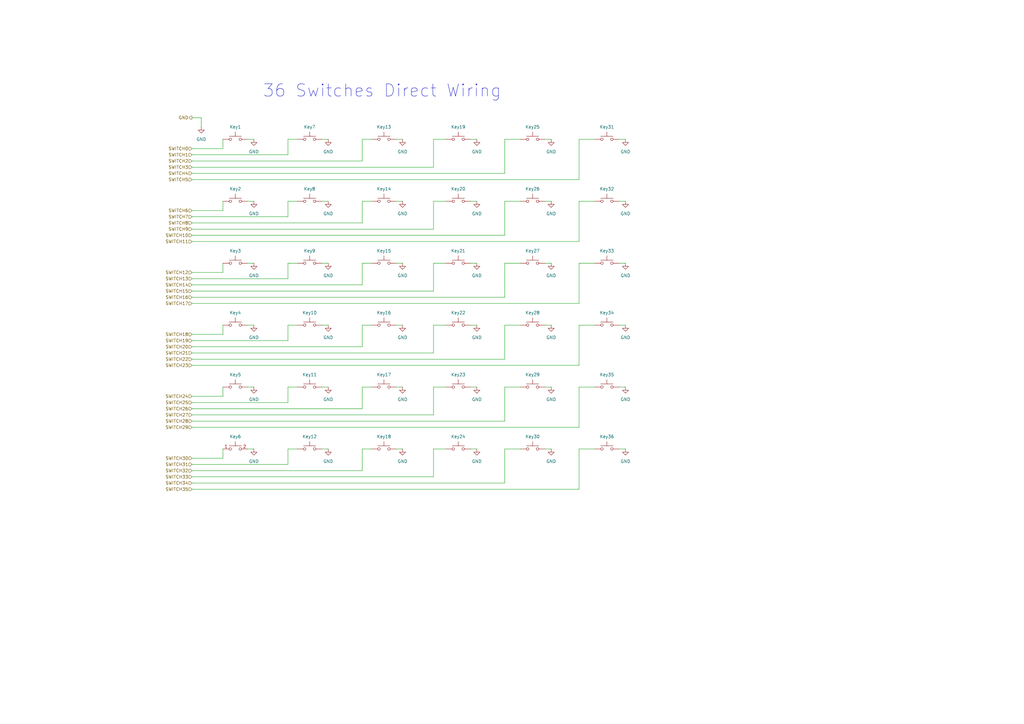
<source format=kicad_sch>
(kicad_sch (version 20250114) (generator "eeschema") (generator_version "9.0")
  (paper "A3")
  (title_block (company "BionicKeyboards / QMK"))
  (lib_symbols
    (symbol "1u_Cherry_MX_Switch_RGB-SK6812MINI-E_cutout_1" (pin_numbers (hide yes))
      (property "Reference" "J" (at -5.08 5.334 0))
      (property "Size" "1u" (at 2.794 5.334 0))
      (symbol "1u_Cherry_MX_Switch_RGB-SK6812MINI-E_cutout_1_1_1"
        (circle (center -2.032 2.54) (radius 0.508))
        (polyline (pts (xy 0 3.81) (xy 0 5.588)))
        (circle (center 2.032 2.54) (radius 0.508))
        (polyline (pts (xy 2.54 3.81) (xy -2.54 3.81)))
        (pin passive line (at -5.08 2.54 0) (length 2.54) (name "") (number "1"))
        (pin passive line (at 5.08 2.54 180) (length 2.54) (name "") (number "2"))
      )
    )
    (symbol "1u_Cherry_MX_Switch_RGB-SK6812MINI-E_cutout_10" (pin_numbers (hide yes))
      (property "Reference" "J" (at -5.08 5.334 0))
      (property "Size" "1u" (at 2.794 5.334 0))
      (symbol "1u_Cherry_MX_Switch_RGB-SK6812MINI-E_cutout_10_1_1"
        (circle (center -2.032 2.54) (radius 0.508))
        (polyline (pts (xy 0 3.81) (xy 0 5.588)))
        (circle (center 2.032 2.54) (radius 0.508))
        (polyline (pts (xy 2.54 3.81) (xy -2.54 3.81)))
        (pin passive line (at -5.08 2.54 0) (length 2.54) (name "") (number "1"))
        (pin passive line (at 5.08 2.54 180) (length 2.54) (name "") (number "2"))
      )
    )
    (symbol "1u_Cherry_MX_Switch_RGB-SK6812MINI-E_cutout_11" (pin_numbers (hide yes))
      (property "Reference" "J" (at -5.08 5.334 0))
      (property "Size" "1u" (at 2.794 5.334 0))
      (symbol "1u_Cherry_MX_Switch_RGB-SK6812MINI-E_cutout_11_1_1"
        (circle (center -2.032 2.54) (radius 0.508))
        (polyline (pts (xy 0 3.81) (xy 0 5.588)))
        (circle (center 2.032 2.54) (radius 0.508))
        (polyline (pts (xy 2.54 3.81) (xy -2.54 3.81)))
        (pin passive line (at -5.08 2.54 0) (length 2.54) (name "") (number "1"))
        (pin passive line (at 5.08 2.54 180) (length 2.54) (name "") (number "2"))
      )
    )
    (symbol "1u_Cherry_MX_Switch_RGB-SK6812MINI-E_cutout_12" (pin_numbers (hide yes))
      (property "Reference" "J" (at -5.08 5.334 0))
      (property "Size" "1u" (at 2.794 5.334 0))
      (symbol "1u_Cherry_MX_Switch_RGB-SK6812MINI-E_cutout_12_1_1"
        (circle (center -2.032 2.54) (radius 0.508))
        (polyline (pts (xy 0 3.81) (xy 0 5.588)))
        (circle (center 2.032 2.54) (radius 0.508))
        (polyline (pts (xy 2.54 3.81) (xy -2.54 3.81)))
        (pin passive line (at -5.08 2.54 0) (length 2.54) (name "") (number "1"))
        (pin passive line (at 5.08 2.54 180) (length 2.54) (name "") (number "2"))
      )
    )
    (symbol "1u_Cherry_MX_Switch_RGB-SK6812MINI-E_cutout_13" (pin_numbers (hide yes))
      (property "Reference" "J" (at -5.08 5.334 0))
      (property "Size" "1u" (at 2.794 5.334 0))
      (symbol "1u_Cherry_MX_Switch_RGB-SK6812MINI-E_cutout_13_1_1"
        (circle (center -2.032 2.54) (radius 0.508))
        (polyline (pts (xy 0 3.81) (xy 0 5.588)))
        (circle (center 2.032 2.54) (radius 0.508))
        (polyline (pts (xy 2.54 3.81) (xy -2.54 3.81)))
        (pin passive line (at -5.08 2.54 0) (length 2.54) (name "") (number "1"))
        (pin passive line (at 5.08 2.54 180) (length 2.54) (name "") (number "2"))
      )
    )
    (symbol "1u_Cherry_MX_Switch_RGB-SK6812MINI-E_cutout_2" (pin_numbers (hide yes)) (pin_names (offset 1.016) (hide yes))
      (property "Reference" "Key4" (at 0 5.08 0))
      (symbol "1u_Cherry_MX_Switch_RGB-SK6812MINI-E_cutout_2_0_1"
        (circle (center -2.032 0) (radius 0.508))
        (polyline (pts (xy 0 1.27) (xy 0 3.048)))
        (circle (center 2.032 0) (radius 0.508))
        (polyline (pts (xy 2.54 1.27) (xy -2.54 1.27)))
        (pin passive line (at -5.08 0 0) (length 2.54) (name "1") (number "1"))
        (pin passive line (at 5.08 0 180) (length 2.54) (name "2") (number "2"))
      )
    )
    (symbol "1u_Cherry_MX_Switch_RGB-SK6812MINI-E_cutout_3" (pin_numbers (hide yes))
      (property "Reference" "J" (at -5.08 5.334 0))
      (property "Size" "1u" (at 2.794 5.334 0))
      (symbol "1u_Cherry_MX_Switch_RGB-SK6812MINI-E_cutout_3_1_1"
        (circle (center -2.032 2.54) (radius 0.508))
        (polyline (pts (xy 0 3.81) (xy 0 5.588)))
        (circle (center 2.032 2.54) (radius 0.508))
        (polyline (pts (xy 2.54 3.81) (xy -2.54 3.81)))
        (pin passive line (at -5.08 2.54 0) (length 2.54) (name "") (number "1"))
        (pin passive line (at 5.08 2.54 180) (length 2.54) (name "") (number "2"))
      )
    )
    (symbol "1u_Cherry_MX_Switch_RGB-SK6812MINI-E_cutout_4" (pin_numbers (hide yes))
      (property "Reference" "J" (at -5.08 5.334 0))
      (property "Size" "1u" (at 2.794 5.334 0))
      (symbol "1u_Cherry_MX_Switch_RGB-SK6812MINI-E_cutout_4_1_1"
        (circle (center -2.032 2.54) (radius 0.508))
        (polyline (pts (xy 0 3.81) (xy 0 5.588)))
        (circle (center 2.032 2.54) (radius 0.508))
        (polyline (pts (xy 2.54 3.81) (xy -2.54 3.81)))
        (pin passive line (at -5.08 2.54 0) (length 2.54) (name "") (number "1"))
        (pin passive line (at 5.08 2.54 180) (length 2.54) (name "") (number "2"))
      )
    )
    (symbol "1u_Cherry_MX_Switch_RGB-SK6812MINI-E_cutout_5" (pin_numbers (hide yes)) (pin_names (offset 1.016) (hide yes))
      (property "Reference" "Key4" (at 0 5.08 0))
      (symbol "1u_Cherry_MX_Switch_RGB-SK6812MINI-E_cutout_5_0_1"
        (circle (center -2.032 0) (radius 0.508))
        (polyline (pts (xy 0 1.27) (xy 0 3.048)))
        (circle (center 2.032 0) (radius 0.508))
        (polyline (pts (xy 2.54 1.27) (xy -2.54 1.27)))
        (pin passive line (at -5.08 0 0) (length 2.54) (name "1") (number "1"))
        (pin passive line (at 5.08 0 180) (length 2.54) (name "2") (number "2"))
      )
    )
    (symbol "1u_Cherry_MX_Switch_RGB-SK6812MINI-E_cutout_6" (pin_numbers (hide yes))
      (property "Reference" "J" (at -5.08 5.334 0))
      (property "Size" "1u" (at 2.794 5.334 0))
      (symbol "1u_Cherry_MX_Switch_RGB-SK6812MINI-E_cutout_6_1_1"
        (circle (center -2.032 2.54) (radius 0.508))
        (polyline (pts (xy 0 3.81) (xy 0 5.588)))
        (circle (center 2.032 2.54) (radius 0.508))
        (polyline (pts (xy 2.54 3.81) (xy -2.54 3.81)))
        (pin passive line (at -5.08 2.54 0) (length 2.54) (name "") (number "1"))
        (pin passive line (at 5.08 2.54 180) (length 2.54) (name "") (number "2"))
      )
    )
    (symbol "1u_Cherry_MX_Switch_RGB-SK6812MINI-E_cutout_7" (pin_numbers (hide yes))
      (property "Reference" "J" (at -5.08 5.334 0))
      (property "Size" "1u" (at 2.794 5.334 0))
      (symbol "1u_Cherry_MX_Switch_RGB-SK6812MINI-E_cutout_7_1_1"
        (circle (center -2.032 2.54) (radius 0.508))
        (polyline (pts (xy 0 3.81) (xy 0 5.588)))
        (circle (center 2.032 2.54) (radius 0.508))
        (polyline (pts (xy 2.54 3.81) (xy -2.54 3.81)))
        (pin passive line (at -5.08 2.54 0) (length 2.54) (name "") (number "1"))
        (pin passive line (at 5.08 2.54 180) (length 2.54) (name "") (number "2"))
      )
    )
    (symbol "1u_Cherry_MX_Switch_RGB-SK6812MINI-E_cutout_8" (pin_numbers (hide yes))
      (property "Reference" "J" (at -5.08 5.334 0))
      (property "Size" "1u" (at 2.794 5.334 0))
      (symbol "1u_Cherry_MX_Switch_RGB-SK6812MINI-E_cutout_8_1_1"
        (circle (center -2.032 2.54) (radius 0.508))
        (polyline (pts (xy 0 3.81) (xy 0 5.588)))
        (circle (center 2.032 2.54) (radius 0.508))
        (polyline (pts (xy 2.54 3.81) (xy -2.54 3.81)))
        (pin passive line (at -5.08 2.54 0) (length 2.54) (name "") (number "1"))
        (pin passive line (at 5.08 2.54 180) (length 2.54) (name "") (number "2"))
      )
    )
    (symbol "1u_Cherry_MX_Switch_RGB-SK6812MINI-E_cutout_9" (pin_numbers (hide yes))
      (property "Reference" "J" (at -5.08 5.334 0))
      (property "Size" "1u" (at 2.794 5.334 0))
      (symbol "1u_Cherry_MX_Switch_RGB-SK6812MINI-E_cutout_9_1_1"
        (circle (center -2.032 2.54) (radius 0.508))
        (polyline (pts (xy 0 3.81) (xy 0 5.588)))
        (circle (center 2.032 2.54) (radius 0.508))
        (polyline (pts (xy 2.54 3.81) (xy -2.54 3.81)))
        (pin passive line (at -5.08 2.54 0) (length 2.54) (name "") (number "1"))
        (pin passive line (at 5.08 2.54 180) (length 2.54) (name "") (number "2"))
      )
    )
    (symbol "custom:1u_Cherry_MX_Switch_RGB-SK6812MINI-E_cutout"
      (property "Reference" "J" (at -5.08 5.334 0))
      (property "Size" "1u" (at 2.794 5.334 0))
      (symbol "1u_Cherry_MX_Switch_RGB-SK6812MINI-E_cutout_1_1"
        (circle (center -2.032 2.54) (radius 0.508))
        (polyline (pts (xy 0 3.81) (xy 0 5.588)))
        (circle (center 2.032 2.54) (radius 0.508))
        (polyline (pts (xy 2.54 3.81) (xy -2.54 3.81)))
        (pin passive line (at -5.08 2.54 0) (length 2.54) (name "") (number "1"))
        (pin passive line (at 5.08 2.54 180) (length 2.54) (name "") (number "2"))
      )
    )
    (symbol "power:GND" (power) (pin_numbers (hide yes)) (pin_names (offset 0) (hide yes))
      (property "Value" "GND" (at 0 -3.81 0))
      (symbol "GND_0_1"
        (polyline (pts (xy 0 0) (xy 0 -1.27) (xy 1.27 -1.27) (xy 0 -2.54) (xy -1.27 -1.27) (xy 0 -1.27)))
      )
      (symbol "GND_1_1"
        (pin power_in line (at 0 0 270) (length 0) (name "~") (number "1"))
      )
    )
  )
  (text "36 Switches Direct Wiring" (at 156.718 37.338 0) (effects (font (size 5 5))))
  (wire (pts (xy 195.58 133.35) (xy 193.04 133.35)))
  (wire (pts (xy 195.58 57.15) (xy 193.04 57.15)))
  (wire (pts (xy 207.01 184.15) (xy 213.36 184.15)))
  (wire (pts (xy 207.01 147.32) (xy 207.01 133.35)))
  (wire (pts (xy 256.54 107.95) (xy 254 107.95)))
  (wire (pts (xy 104.14 158.75) (xy 101.6 158.75)))
  (wire (pts (xy 78.74 124.46) (xy 237.49 124.46)))
  (wire (pts (xy 256.54 82.55) (xy 254 82.55)))
  (wire (pts (xy 177.8 184.15) (xy 182.88 184.15)))
  (wire (pts (xy 91.44 187.96) (xy 91.44 184.15)))
  (wire (pts (xy 78.74 96.52) (xy 207.01 96.52)))
  (wire (pts (xy 78.74 63.5) (xy 118.11 63.5)))
  (wire (pts (xy 118.11 165.1) (xy 118.11 158.75)))
  (wire (pts (xy 148.59 158.75) (xy 152.4 158.75)))
  (wire (pts (xy 118.11 57.15) (xy 121.92 57.15)))
  (wire (pts (xy 148.59 193.04) (xy 148.59 184.15)))
  (wire (pts (xy 82.55 48.26) (xy 78.74 48.26)))
  (wire (pts (xy 237.49 99.06) (xy 237.49 82.55)))
  (wire (pts (xy 78.74 167.64) (xy 148.59 167.64)))
  (wire (pts (xy 148.59 133.35) (xy 152.4 133.35)))
  (wire (pts (xy 78.74 175.26) (xy 237.49 175.26)))
  (wire (pts (xy 78.74 93.98) (xy 177.8 93.98)))
  (wire (pts (xy 177.8 133.35) (xy 182.88 133.35)))
  (wire (pts (xy 207.01 198.12) (xy 207.01 184.15)))
  (wire (pts (xy 78.74 86.36) (xy 91.44 86.36)))
  (wire (pts (xy 78.74 172.72) (xy 207.01 172.72)))
  (wire (pts (xy 78.74 68.58) (xy 177.8 68.58)))
  (wire (pts (xy 207.01 133.35) (xy 213.36 133.35)))
  (wire (pts (xy 237.49 184.15) (xy 243.84 184.15)))
  (wire (pts (xy 78.74 200.66) (xy 237.49 200.66)))
  (wire (pts (xy 78.74 73.66) (xy 237.49 73.66)))
  (wire (pts (xy 237.49 82.55) (xy 243.84 82.55)))
  (wire (pts (xy 256.54 133.35) (xy 254 133.35)))
  (wire (pts (xy 118.11 114.3) (xy 118.11 107.95)))
  (wire (pts (xy 207.01 121.92) (xy 207.01 107.95)))
  (wire (pts (xy 104.14 82.55) (xy 101.6 82.55)))
  (wire (pts (xy 82.55 52.07) (xy 82.55 48.26)))
  (wire (pts (xy 207.01 158.75) (xy 213.36 158.75)))
  (wire (pts (xy 177.8 93.98) (xy 177.8 82.55)))
  (wire (pts (xy 207.01 172.72) (xy 207.01 158.75)))
  (wire (pts (xy 195.58 158.75) (xy 193.04 158.75)))
  (wire (pts (xy 91.44 162.56) (xy 91.44 158.75)))
  (wire (pts (xy 78.74 119.38) (xy 177.8 119.38)))
  (wire (pts (xy 256.54 184.15) (xy 254 184.15)))
  (wire (pts (xy 165.1 107.95) (xy 162.56 107.95)))
  (wire (pts (xy 91.44 137.16) (xy 91.44 133.35)))
  (wire (pts (xy 237.49 149.86) (xy 237.49 133.35)))
  (wire (pts (xy 226.06 57.15) (xy 223.52 57.15)))
  (wire (pts (xy 207.01 57.15) (xy 213.36 57.15)))
  (wire (pts (xy 148.59 142.24) (xy 148.59 133.35)))
  (wire (pts (xy 165.1 82.55) (xy 162.56 82.55)))
  (wire (pts (xy 78.74 114.3) (xy 118.11 114.3)))
  (wire (pts (xy 104.14 184.15) (xy 101.6 184.15)))
  (wire (pts (xy 78.74 121.92) (xy 207.01 121.92)))
  (wire (pts (xy 118.11 158.75) (xy 121.92 158.75)))
  (wire (pts (xy 177.8 107.95) (xy 182.88 107.95)))
  (wire (pts (xy 148.59 116.84) (xy 148.59 107.95)))
  (wire (pts (xy 78.74 170.18) (xy 177.8 170.18)))
  (wire (pts (xy 177.8 119.38) (xy 177.8 107.95)))
  (wire (pts (xy 207.01 96.52) (xy 207.01 82.55)))
  (wire (pts (xy 78.74 116.84) (xy 148.59 116.84)))
  (wire (pts (xy 104.14 133.35) (xy 101.6 133.35)))
  (wire (pts (xy 78.74 193.04) (xy 148.59 193.04)))
  (wire (pts (xy 118.11 107.95) (xy 121.92 107.95)))
  (wire (pts (xy 237.49 158.75) (xy 243.84 158.75)))
  (wire (pts (xy 148.59 107.95) (xy 152.4 107.95)))
  (wire (pts (xy 177.8 144.78) (xy 177.8 133.35)))
  (wire (pts (xy 148.59 184.15) (xy 152.4 184.15)))
  (wire (pts (xy 91.44 60.96) (xy 91.44 57.15)))
  (wire (pts (xy 237.49 175.26) (xy 237.49 158.75)))
  (wire (pts (xy 118.11 82.55) (xy 121.92 82.55)))
  (wire (pts (xy 226.06 82.55) (xy 223.52 82.55)))
  (wire (pts (xy 195.58 107.95) (xy 193.04 107.95)))
  (wire (pts (xy 78.74 137.16) (xy 91.44 137.16)))
  (wire (pts (xy 237.49 124.46) (xy 237.49 107.95)))
  (wire (pts (xy 118.11 88.9) (xy 118.11 82.55)))
  (wire (pts (xy 118.11 133.35) (xy 121.92 133.35)))
  (wire (pts (xy 177.8 68.58) (xy 177.8 57.15)))
  (wire (pts (xy 195.58 82.55) (xy 193.04 82.55)))
  (wire (pts (xy 78.74 162.56) (xy 91.44 162.56)))
  (wire (pts (xy 207.01 82.55) (xy 213.36 82.55)))
  (wire (pts (xy 78.74 187.96) (xy 91.44 187.96)))
  (wire (pts (xy 91.44 111.76) (xy 91.44 107.95)))
  (wire (pts (xy 91.44 86.36) (xy 91.44 82.55)))
  (wire (pts (xy 237.49 57.15) (xy 243.84 57.15)))
  (wire (pts (xy 177.8 170.18) (xy 177.8 158.75)))
  (wire (pts (xy 78.74 190.5) (xy 118.11 190.5)))
  (wire (pts (xy 78.74 198.12) (xy 207.01 198.12)))
  (wire (pts (xy 78.74 99.06) (xy 237.49 99.06)))
  (wire (pts (xy 78.74 66.04) (xy 148.59 66.04)))
  (wire (pts (xy 226.06 184.15) (xy 223.52 184.15)))
  (wire (pts (xy 226.06 158.75) (xy 223.52 158.75)))
  (wire (pts (xy 118.11 190.5) (xy 118.11 184.15)))
  (wire (pts (xy 104.14 57.15) (xy 101.6 57.15)))
  (wire (pts (xy 78.74 60.96) (xy 91.44 60.96)))
  (wire (pts (xy 78.74 165.1) (xy 118.11 165.1)))
  (wire (pts (xy 148.59 66.04) (xy 148.59 57.15)))
  (wire (pts (xy 118.11 139.7) (xy 118.11 133.35)))
  (wire (pts (xy 256.54 57.15) (xy 254 57.15)))
  (wire (pts (xy 78.74 91.44) (xy 148.59 91.44)))
  (wire (pts (xy 134.62 158.75) (xy 132.08 158.75)))
  (wire (pts (xy 134.62 133.35) (xy 132.08 133.35)))
  (wire (pts (xy 226.06 107.95) (xy 223.52 107.95)))
  (wire (pts (xy 118.11 184.15) (xy 121.92 184.15)))
  (wire (pts (xy 78.74 149.86) (xy 237.49 149.86)))
  (wire (pts (xy 134.62 107.95) (xy 132.08 107.95)))
  (wire (pts (xy 78.74 142.24) (xy 148.59 142.24)))
  (wire (pts (xy 78.74 195.58) (xy 177.8 195.58)))
  (wire (pts (xy 165.1 184.15) (xy 162.56 184.15)))
  (wire (pts (xy 237.49 73.66) (xy 237.49 57.15)))
  (wire (pts (xy 256.54 158.75) (xy 254 158.75)))
  (wire (pts (xy 207.01 107.95) (xy 213.36 107.95)))
  (wire (pts (xy 134.62 57.15) (xy 132.08 57.15)))
  (wire (pts (xy 148.59 82.55) (xy 152.4 82.55)))
  (wire (pts (xy 104.14 107.95) (xy 101.6 107.95)))
  (wire (pts (xy 78.74 111.76) (xy 91.44 111.76)))
  (wire (pts (xy 177.8 158.75) (xy 182.88 158.75)))
  (wire (pts (xy 118.11 63.5) (xy 118.11 57.15)))
  (wire (pts (xy 78.74 71.12) (xy 207.01 71.12)))
  (wire (pts (xy 237.49 200.66) (xy 237.49 184.15)))
  (wire (pts (xy 134.62 184.15) (xy 132.08 184.15)))
  (wire (pts (xy 237.49 107.95) (xy 243.84 107.95)))
  (wire (pts (xy 78.74 139.7) (xy 118.11 139.7)))
  (wire (pts (xy 165.1 57.15) (xy 162.56 57.15)))
  (wire (pts (xy 165.1 158.75) (xy 162.56 158.75)))
  (wire (pts (xy 165.1 133.35) (xy 162.56 133.35)))
  (wire (pts (xy 177.8 57.15) (xy 182.88 57.15)))
  (wire (pts (xy 78.74 144.78) (xy 177.8 144.78)))
  (wire (pts (xy 78.74 88.9) (xy 118.11 88.9)))
  (wire (pts (xy 78.74 147.32) (xy 207.01 147.32)))
  (wire (pts (xy 237.49 133.35) (xy 243.84 133.35)))
  (wire (pts (xy 148.59 91.44) (xy 148.59 82.55)))
  (wire (pts (xy 177.8 82.55) (xy 182.88 82.55)))
  (wire (pts (xy 195.58 184.15) (xy 193.04 184.15)))
  (wire (pts (xy 148.59 167.64) (xy 148.59 158.75)))
  (wire (pts (xy 207.01 71.12) (xy 207.01 57.15)))
  (wire (pts (xy 148.59 57.15) (xy 152.4 57.15)))
  (wire (pts (xy 134.62 82.55) (xy 132.08 82.55)))
  (wire (pts (xy 226.06 133.35) (xy 223.52 133.35)))
  (wire (pts (xy 177.8 195.58) (xy 177.8 184.15)))
  (hierarchical_label "SWITCH21" (shape input) (at 78.74 144.78 180))
  (hierarchical_label "SWITCH7" (shape input) (at 78.74 88.9 180))
  (hierarchical_label "SWITCH29" (shape input) (at 78.74 175.26 180))
  (hierarchical_label "SWITCH1" (shape input) (at 78.74 63.5 180))
  (hierarchical_label "SWITCH4" (shape input) (at 78.74 71.12 180))
  (hierarchical_label "SWITCH6" (shape input) (at 78.74 86.36 180))
  (hierarchical_label "SWITCH9" (shape input) (at 78.74 93.98 180))
  (hierarchical_label "SWITCH0" (shape input) (at 78.74 60.96 180))
  (hierarchical_label "SWITCH31" (shape input) (at 78.74 190.5 180))
  (hierarchical_label "SWITCH33" (shape input) (at 78.74 195.58 180))
  (hierarchical_label "SWITCH30" (shape input) (at 78.74 187.96 180))
  (hierarchical_label "SWITCH3" (shape input) (at 78.74 68.58 180))
  (hierarchical_label "SWITCH14" (shape input) (at 78.74 116.84 180))
  (hierarchical_label "SWITCH24" (shape input) (at 78.74 162.56 180))
  (hierarchical_label "SWITCH28" (shape input) (at 78.74 172.72 180))
  (hierarchical_label "SWITCH11" (shape input) (at 78.74 99.06 180))
  (hierarchical_label "SWITCH27" (shape input) (at 78.74 170.18 180))
  (hierarchical_label "SWITCH22" (shape input) (at 78.74 147.32 180))
  (hierarchical_label "SWITCH20" (shape input) (at 78.74 142.24 180))
  (hierarchical_label "GND" (shape output) (at 78.74 48.26 180))
  (hierarchical_label "SWITCH19" (shape input) (at 78.74 139.7 180))
  (hierarchical_label "SWITCH26" (shape input) (at 78.74 167.64 180))
  (hierarchical_label "SWITCH23" (shape input) (at 78.74 149.86 180))
  (hierarchical_label "SWITCH13" (shape input) (at 78.74 114.3 180))
  (hierarchical_label "SWITCH25" (shape input) (at 78.74 165.1 180))
  (hierarchical_label "SWITCH32" (shape input) (at 78.74 193.04 180))
  (hierarchical_label "SWITCH18" (shape input) (at 78.74 137.16 180))
  (hierarchical_label "SWITCH15" (shape input) (at 78.74 119.38 180))
  (hierarchical_label "SWITCH10" (shape input) (at 78.74 96.52 180))
  (hierarchical_label "SWITCH8" (shape input) (at 78.74 91.44 180))
  (hierarchical_label "SWITCH5" (shape input) (at 78.74 73.66 180))
  (hierarchical_label "SWITCH17" (shape input) (at 78.74 124.46 180))
  (hierarchical_label "SWITCH16" (shape input) (at 78.74 121.92 180))
  (hierarchical_label "SWITCH2" (shape input) (at 78.74 66.04 180))
  (hierarchical_label "SWITCH35" (shape input) (at 78.74 200.66 180))
  (hierarchical_label "SWITCH34" (shape input) (at 78.74 198.12 180))
  (hierarchical_label "SWITCH12" (shape input) (at 78.74 111.76 180))
  (symbol (lib_id "power:GND") (at 134.62 184.15 0) (unit 1)
    (property "Reference" "#PWR013" (effects (hide yes)))
    (property "Value" "GND" (at 134.62 189.23 0))
    (property "Description" "Power symbol creates a global label with name \"GND\" , ground" (effects (hide yes)))
  )
  (symbol (lib_id "power:GND") (at 256.54 184.15 0) (unit 1)
    (property "Reference" "#PWR037" (effects (hide yes)))
    (property "Value" "GND" (at 256.54 189.23 0))
    (property "Description" "Power symbol creates a global label with name \"GND\" , ground" (effects (hide yes)))
  )
  (symbol (lib_id "power:GND") (at 165.1 184.15 0) (unit 1)
    (property "Reference" "#PWR019" (effects (hide yes)))
    (property "Value" "GND" (at 165.1 189.23 0))
    (property "Description" "Power symbol creates a global label with name \"GND\" , ground" (effects (hide yes)))
  )
  (symbol (lib_name "1u_Cherry_MX_Switch_RGB-SK6812MINI-E_cutout_2") (lib_id "custom:1u_Cherry_MX_Switch_RGB-SK6812MINI-E_cutout") (at 248.92 158.75 0) (unit 1)
    (property "Reference" "Key35" (at 248.92 153.67 0))
    (property "Footprint" "Custom:1u_Cherry_MX1A_5Pin_Switch_Kailh_Socket_with_SK6812MINI-E_cutout" (effects (hide yes)))
    (property "Description" "1u Cherry MX compatible switch socket including an RGB SK6812MINI-E LED cutout" (effects (hide yes)))
    (property "LED_Reference" "LED_${REFERENCE}" (effects (hide yes)))
    (property "MFR.Part #" "CPG151101S11-16" (effects (hide yes)))
    (property "JLCPCB Part #" "C41430893" (effects (hide yes)))
    (property "JLCPCB.Kind" "Extended" (effects (hide yes)))
  )
  (symbol (lib_id "power:GND") (at 195.58 57.15 0) (unit 1)
    (property "Reference" "#PWR020" (effects (hide yes)))
    (property "Value" "GND" (at 195.58 62.23 0))
    (property "Description" "Power symbol creates a global label with name \"GND\" , ground" (effects (hide yes)))
  )
  (symbol (lib_id "power:GND") (at 195.58 133.35 0) (unit 1)
    (property "Reference" "#PWR023" (effects (hide yes)))
    (property "Value" "GND" (at 195.58 138.43 0))
    (property "Description" "Power symbol creates a global label with name \"GND\" , ground" (effects (hide yes)))
  )
  (symbol (lib_name "1u_Cherry_MX_Switch_RGB-SK6812MINI-E_cutout_2") (lib_id "custom:1u_Cherry_MX_Switch_RGB-SK6812MINI-E_cutout") (at 157.48 158.75 0) (unit 1)
    (property "Reference" "Key17" (at 157.48 153.67 0))
    (property "Footprint" "Custom:1u_Cherry_MX1A_5Pin_Switch_Kailh_Socket_with_SK6812MINI-E_cutout" (effects (hide yes)))
    (property "Description" "1u Cherry MX compatible switch socket including an RGB SK6812MINI-E LED cutout" (effects (hide yes)))
    (property "LED_Reference" "LED_${REFERENCE}" (effects (hide yes)))
    (property "MFR.Part #" "CPG151101S11-16" (effects (hide yes)))
    (property "JLCPCB Part #" "C41430893" (effects (hide yes)))
    (property "JLCPCB.Kind" "Extended" (effects (hide yes)))
  )
  (symbol (lib_name "1u_Cherry_MX_Switch_RGB-SK6812MINI-E_cutout_2") (lib_id "custom:1u_Cherry_MX_Switch_RGB-SK6812MINI-E_cutout") (at 157.48 184.15 0) (unit 1)
    (property "Reference" "Key18" (at 157.48 179.07 0))
    (property "Footprint" "Custom:1u_Cherry_MX1A_5Pin_Switch_Kailh_Socket_with_SK6812MINI-E_cutout" (effects (hide yes)))
    (property "Description" "1u Cherry MX compatible switch socket including an RGB SK6812MINI-E LED cutout" (effects (hide yes)))
    (property "LED_Reference" "LED_${REFERENCE}" (effects (hide yes)))
    (property "MFR.Part #" "CPG151101S11-16" (effects (hide yes)))
    (property "JLCPCB Part #" "C41430893" (effects (hide yes)))
    (property "JLCPCB.Kind" "Extended" (effects (hide yes)))
  )
  (symbol (lib_name "1u_Cherry_MX_Switch_RGB-SK6812MINI-E_cutout_2") (lib_id "custom:1u_Cherry_MX_Switch_RGB-SK6812MINI-E_cutout") (at 127 82.55 0) (unit 1)
    (property "Reference" "Key8" (at 127 77.47 0))
    (property "Footprint" "Custom:1u_Cherry_MX1A_5Pin_Switch_Kailh_Socket_with_SK6812MINI-E_cutout" (effects (hide yes)))
    (property "Description" "1u Cherry MX compatible switch socket including an RGB SK6812MINI-E LED cutout" (effects (hide yes)))
    (property "LED_Reference" "LED_${REFERENCE}" (effects (hide yes)))
    (property "MFR.Part #" "CPG151101S11-16" (effects (hide yes)))
    (property "JLCPCB Part #" "C41430893" (effects (hide yes)))
    (property "JLCPCB.Kind" "Extended" (effects (hide yes)))
  )
  (symbol (lib_id "power:GND") (at 226.06 158.75 0) (unit 1)
    (property "Reference" "#PWR030" (effects (hide yes)))
    (property "Value" "GND" (at 226.06 163.83 0))
    (property "Description" "Power symbol creates a global label with name \"GND\" , ground" (effects (hide yes)))
  )
  (symbol (lib_id "power:GND") (at 256.54 82.55 0) (unit 1)
    (property "Reference" "#PWR033" (effects (hide yes)))
    (property "Value" "GND" (at 256.54 87.63 0))
    (property "Description" "Power symbol creates a global label with name \"GND\" , ground" (effects (hide yes)))
  )
  (symbol (lib_id "power:GND") (at 134.62 158.75 0) (unit 1)
    (property "Reference" "#PWR012" (effects (hide yes)))
    (property "Value" "GND" (at 134.62 163.83 0))
    (property "Description" "Power symbol creates a global label with name \"GND\" , ground" (effects (hide yes)))
  )
  (symbol (lib_id "power:GND") (at 195.58 107.95 0) (unit 1)
    (property "Reference" "#PWR022" (effects (hide yes)))
    (property "Value" "GND" (at 195.58 113.03 0))
    (property "Description" "Power symbol creates a global label with name \"GND\" , ground" (effects (hide yes)))
  )
  (symbol (lib_id "power:GND") (at 82.55 52.07 0) (unit 1)
    (property "Reference" "#PWR01" (effects (hide yes)))
    (property "Value" "GND" (at 82.55 57.15 0))
    (property "Description" "Power symbol creates a global label with name \"GND\" , ground" (effects (hide yes)))
  )
  (symbol (lib_id "power:GND") (at 256.54 133.35 0) (unit 1)
    (property "Reference" "#PWR035" (effects (hide yes)))
    (property "Value" "GND" (at 256.54 138.43 0))
    (property "Description" "Power symbol creates a global label with name \"GND\" , ground" (effects (hide yes)))
  )
  (symbol (lib_name "1u_Cherry_MX_Switch_RGB-SK6812MINI-E_cutout_9") (lib_id "custom:1u_Cherry_MX_Switch_RGB-SK6812MINI-E_cutout") (at 187.96 110.49 0) (unit 1)
    (property "Reference" "Key21" (at 187.96 102.87 0))
    (property "Footprint" "Custom:1u_Cherry_MX1A_5Pin_Switch_Kailh_Socket_with_SK6812MINI-E_cutout" (effects (hide yes)))
    (property "Description" "1u Cherry MX compatible switch socket including an RGB SK6812MINI-E LED cutout" (effects (hide yes)))
    (property "LED_Reference" "LED_${REFERENCE}" (effects (hide yes)))
    (property "MFR.Part #" "CPG151101S11-16" (effects (hide yes)))
    (property "JLCPCB Part #" "C41430893" (effects (hide yes)))
    (property "JLCPCB.Kind" "Extended" (effects (hide yes)))
  )
  (symbol (lib_name "1u_Cherry_MX_Switch_RGB-SK6812MINI-E_cutout_6") (lib_id "custom:1u_Cherry_MX_Switch_RGB-SK6812MINI-E_cutout") (at 187.96 85.09 0) (unit 1)
    (property "Reference" "Key20" (at 187.96 77.47 0))
    (property "Footprint" "Custom:1u_Cherry_MX1A_5Pin_Switch_Kailh_Socket_with_SK6812MINI-E_cutout" (effects (hide yes)))
    (property "Description" "1u Cherry MX compatible switch socket including an RGB SK6812MINI-E LED cutout" (effects (hide yes)))
    (property "LED_Reference" "LED_${REFERENCE}" (effects (hide yes)))
    (property "MFR.Part #" "CPG151101S11-16" (effects (hide yes)))
    (property "JLCPCB Part #" "C41430893" (effects (hide yes)))
    (property "JLCPCB.Kind" "Extended" (effects (hide yes)))
  )
  (symbol (lib_id "power:GND") (at 165.1 158.75 0) (unit 1)
    (property "Reference" "#PWR018" (effects (hide yes)))
    (property "Value" "GND" (at 165.1 163.83 0))
    (property "Description" "Power symbol creates a global label with name \"GND\" , ground" (effects (hide yes)))
  )
  (symbol (lib_id "power:GND") (at 104.14 158.75 0) (unit 1)
    (property "Reference" "#PWR06" (effects (hide yes)))
    (property "Value" "GND" (at 104.14 163.83 0))
    (property "Description" "Power symbol creates a global label with name \"GND\" , ground" (effects (hide yes)))
  )
  (symbol (lib_name "1u_Cherry_MX_Switch_RGB-SK6812MINI-E_cutout_2") (lib_id "custom:1u_Cherry_MX_Switch_RGB-SK6812MINI-E_cutout") (at 218.44 107.95 0) (unit 1)
    (property "Reference" "Key27" (at 218.44 102.87 0))
    (property "Footprint" "Custom:1u_Cherry_MX1A_5Pin_Switch_Kailh_Socket_with_SK6812MINI-E_cutout" (effects (hide yes)))
    (property "Description" "1u Cherry MX compatible switch socket including an RGB SK6812MINI-E LED cutout" (effects (hide yes)))
    (property "LED_Reference" "LED_${REFERENCE}" (effects (hide yes)))
    (property "MFR.Part #" "CPG151101S11-16" (effects (hide yes)))
    (property "JLCPCB Part #" "C41430893" (effects (hide yes)))
    (property "JLCPCB.Kind" "Extended" (effects (hide yes)))
  )
  (symbol (lib_name "1u_Cherry_MX_Switch_RGB-SK6812MINI-E_cutout_2") (lib_id "custom:1u_Cherry_MX_Switch_RGB-SK6812MINI-E_cutout") (at 127 133.35 0) (unit 1)
    (property "Reference" "Key10" (at 127 128.27 0))
    (property "Footprint" "Custom:1u_Cherry_MX1A_5Pin_Switch_Kailh_Socket_with_SK6812MINI-E_cutout" (effects (hide yes)))
    (property "Description" "1u Cherry MX compatible switch socket including an RGB SK6812MINI-E LED cutout" (effects (hide yes)))
    (property "LED_Reference" "LED_${REFERENCE}" (effects (hide yes)))
    (property "MFR.Part #" "CPG151101S11-16" (effects (hide yes)))
    (property "JLCPCB Part #" "C41430893" (effects (hide yes)))
    (property "JLCPCB.Kind" "Extended" (effects (hide yes)))
  )
  (symbol (lib_name "1u_Cherry_MX_Switch_RGB-SK6812MINI-E_cutout_2") (lib_id "custom:1u_Cherry_MX_Switch_RGB-SK6812MINI-E_cutout") (at 248.92 57.15 0) (unit 1)
    (property "Reference" "Key31" (at 248.92 52.07 0))
    (property "Footprint" "Custom:1u_Cherry_MX1A_5Pin_Switch_Kailh_Socket_with_SK6812MINI-E_cutout" (effects (hide yes)))
    (property "Description" "1u Cherry MX compatible switch socket including an RGB SK6812MINI-E LED cutout" (effects (hide yes)))
    (property "LED_Reference" "LED_${REFERENCE}" (effects (hide yes)))
    (property "MFR.Part #" "CPG151101S11-16" (effects (hide yes)))
    (property "JLCPCB Part #" "C41430893" (effects (hide yes)))
    (property "JLCPCB.Kind" "Extended" (effects (hide yes)))
  )
  (symbol (lib_id "power:GND") (at 226.06 57.15 0) (unit 1)
    (property "Reference" "#PWR026" (effects (hide yes)))
    (property "Value" "GND" (at 226.06 62.23 0))
    (property "Description" "Power symbol creates a global label with name \"GND\" , ground" (effects (hide yes)))
  )
  (symbol (lib_id "power:GND") (at 226.06 82.55 0) (unit 1)
    (property "Reference" "#PWR027" (effects (hide yes)))
    (property "Value" "GND" (at 226.06 87.63 0))
    (property "Description" "Power symbol creates a global label with name \"GND\" , ground" (effects (hide yes)))
  )
  (symbol (lib_id "power:GND") (at 134.62 82.55 0) (unit 1)
    (property "Reference" "#PWR09" (effects (hide yes)))
    (property "Value" "GND" (at 134.62 87.63 0))
    (property "Description" "Power symbol creates a global label with name \"GND\" , ground" (effects (hide yes)))
  )
  (symbol (lib_name "1u_Cherry_MX_Switch_RGB-SK6812MINI-E_cutout_2") (lib_id "custom:1u_Cherry_MX_Switch_RGB-SK6812MINI-E_cutout") (at 157.48 82.55 0) (unit 1)
    (property "Reference" "Key14" (at 157.48 77.47 0))
    (property "Footprint" "Custom:1u_Cherry_MX1A_5Pin_Switch_Kailh_Socket_with_SK6812MINI-E_cutout" (effects (hide yes)))
    (property "Description" "1u Cherry MX compatible switch socket including an RGB SK6812MINI-E LED cutout" (effects (hide yes)))
    (property "LED_Reference" "LED_${REFERENCE}" (effects (hide yes)))
    (property "MFR.Part #" "CPG151101S11-16" (effects (hide yes)))
    (property "JLCPCB Part #" "C41430893" (effects (hide yes)))
    (property "JLCPCB.Kind" "Extended" (effects (hide yes)))
  )
  (symbol (lib_name "1u_Cherry_MX_Switch_RGB-SK6812MINI-E_cutout_2") (lib_id "custom:1u_Cherry_MX_Switch_RGB-SK6812MINI-E_cutout") (at 218.44 184.15 0) (unit 1)
    (property "Reference" "Key30" (at 218.44 179.07 0))
    (property "Footprint" "Custom:1u_Cherry_MX1A_5Pin_Switch_Kailh_Socket_with_SK6812MINI-E_cutout" (effects (hide yes)))
    (property "Description" "1u Cherry MX compatible switch socket including an RGB SK6812MINI-E LED cutout" (effects (hide yes)))
    (property "LED_Reference" "LED_${REFERENCE}" (effects (hide yes)))
    (property "MFR.Part #" "CPG151101S11-16" (effects (hide yes)))
    (property "JLCPCB Part #" "C41430893" (effects (hide yes)))
    (property "JLCPCB.Kind" "Extended" (effects (hide yes)))
  )
  (symbol (lib_name "1u_Cherry_MX_Switch_RGB-SK6812MINI-E_cutout_3") (lib_id "custom:1u_Cherry_MX_Switch_RGB-SK6812MINI-E_cutout") (at 96.52 85.09 0) (unit 1)
    (property "Reference" "Key2" (at 96.52 77.47 0))
    (property "Value" "^" (effects (hide yes)))
    (property "Footprint" "Custom:1u_Cherry_MX1A_5Pin_Switch_Kailh_Socket_with_SK6812MINI-E_cutout" (effects (hide yes)))
    (property "Description" "1u Cherry MX compatible switch socket including an RGB SK6812MINI-E LED cutout" (effects (hide yes)))
    (property "LED_Reference" "LED_${REFERENCE}" (effects (hide yes)))
    (property "MFR.Part #" "CPG151101S11-16" (effects (hide yes)))
    (property "JLCPCB Part #" "C41430893" (effects (hide yes)))
    (property "JLCPCB.Kind" "Extended" (effects (hide yes)))
  )
  (symbol (lib_name "1u_Cherry_MX_Switch_RGB-SK6812MINI-E_cutout_2") (lib_id "custom:1u_Cherry_MX_Switch_RGB-SK6812MINI-E_cutout") (at 248.92 133.35 0) (unit 1)
    (property "Reference" "Key34" (at 248.92 128.27 0))
    (property "Footprint" "Custom:1u_Cherry_MX1A_5Pin_Switch_Kailh_Socket_with_SK6812MINI-E_cutout" (effects (hide yes)))
    (property "Description" "1u Cherry MX compatible switch socket including an RGB SK6812MINI-E LED cutout" (effects (hide yes)))
    (property "LED_Reference" "LED_${REFERENCE}" (effects (hide yes)))
    (property "MFR.Part #" "CPG151101S11-16" (effects (hide yes)))
    (property "JLCPCB Part #" "C41430893" (effects (hide yes)))
    (property "JLCPCB.Kind" "Extended" (effects (hide yes)))
  )
  (symbol (lib_id "power:GND") (at 134.62 133.35 0) (unit 1)
    (property "Reference" "#PWR011" (effects (hide yes)))
    (property "Value" "GND" (at 134.62 138.43 0))
    (property "Description" "Power symbol creates a global label with name \"GND\" , ground" (effects (hide yes)))
  )
  (symbol (lib_id "power:GND") (at 165.1 107.95 0) (unit 1)
    (property "Reference" "#PWR016" (effects (hide yes)))
    (property "Value" "GND" (at 165.1 113.03 0))
    (property "Description" "Power symbol creates a global label with name \"GND\" , ground" (effects (hide yes)))
  )
  (symbol (lib_name "1u_Cherry_MX_Switch_RGB-SK6812MINI-E_cutout_2") (lib_id "custom:1u_Cherry_MX_Switch_RGB-SK6812MINI-E_cutout") (at 248.92 184.15 0) (unit 1)
    (property "Reference" "Key36" (at 248.92 179.07 0))
    (property "Footprint" "Custom:1u_Cherry_MX1A_5Pin_Switch_Kailh_Socket_with_SK6812MINI-E_cutout" (effects (hide yes)))
    (property "Description" "1u Cherry MX compatible switch socket including an RGB SK6812MINI-E LED cutout" (effects (hide yes)))
    (property "LED_Reference" "LED_${REFERENCE}" (effects (hide yes)))
    (property "MFR.Part #" "CPG151101S11-16" (effects (hide yes)))
    (property "JLCPCB Part #" "C41430893" (effects (hide yes)))
    (property "JLCPCB.Kind" "Extended" (effects (hide yes)))
  )
  (symbol (lib_name "1u_Cherry_MX_Switch_RGB-SK6812MINI-E_cutout_2") (lib_id "custom:1u_Cherry_MX_Switch_RGB-SK6812MINI-E_cutout") (at 127 184.15 0) (unit 1)
    (property "Reference" "Key12" (at 127 179.07 0))
    (property "Value" "Esc" (effects (hide yes)))
    (property "Footprint" "Custom:1u_Cherry_MX1A_5Pin_Switch_Kailh_Socket_with_SK6812MINI-E_cutout" (effects (hide yes)))
    (property "Description" "1u Cherry MX compatible switch socket including an RGB SK6812MINI-E LED cutout" (effects (hide yes)))
    (property "LED_Reference" "LED_${REFERENCE}" (effects (hide yes)))
    (property "MFR.Part #" "CPG151101S11-16" (effects (hide yes)))
    (property "JLCPCB Part #" "C41430893" (effects (hide yes)))
    (property "JLCPCB.Kind" "Extended" (effects (hide yes)))
  )
  (symbol (lib_id "power:GND") (at 256.54 57.15 0) (unit 1)
    (property "Reference" "#PWR032" (effects (hide yes)))
    (property "Value" "GND" (at 256.54 62.23 0))
    (property "Description" "Power symbol creates a global label with name \"GND\" , ground" (effects (hide yes)))
  )
  (symbol (lib_name "1u_Cherry_MX_Switch_RGB-SK6812MINI-E_cutout_5") (lib_id "custom:1u_Cherry_MX_Switch_RGB-SK6812MINI-E_cutout") (at 127 158.75 0) (unit 1)
    (property "Reference" "Key11" (at 127 153.67 0))
    (property "Footprint" "Custom:1u_Cherry_MX1A_5Pin_Switch_Kailh_Socket_with_SK6812MINI-E_cutout" (effects (hide yes)))
    (property "Description" "1u Cherry MX compatible switch socket including an RGB SK6812MINI-E LED cutout" (effects (hide yes)))
    (property "LED_Reference" "LED_${REFERENCE}" (effects (hide yes)))
    (property "MFR.Part #" "CPG151101S11-16" (effects (hide yes)))
    (property "JLCPCB Part #" "C41430893" (effects (hide yes)))
    (property "JLCPCB.Kind" "Extended" (effects (hide yes)))
  )
  (symbol (lib_name "1u_Cherry_MX_Switch_RGB-SK6812MINI-E_cutout_2") (lib_id "custom:1u_Cherry_MX_Switch_RGB-SK6812MINI-E_cutout") (at 157.48 57.15 0) (unit 1)
    (property "Reference" "Key13" (at 157.48 52.07 0))
    (property "Footprint" "Custom:1u_Cherry_MX1A_5Pin_Switch_Kailh_Socket_with_SK6812MINI-E_cutout" (effects (hide yes)))
    (property "Description" "1u Cherry MX compatible switch socket including an RGB SK6812MINI-E LED cutout" (effects (hide yes)))
    (property "LED_Reference" "LED_${REFERENCE}" (effects (hide yes)))
    (property "MFR.Part #" "CPG151101S11-16" (effects (hide yes)))
    (property "JLCPCB Part #" "C41430893" (effects (hide yes)))
    (property "JLCPCB.Kind" "Extended" (effects (hide yes)))
  )
  (symbol (lib_id "power:GND") (at 226.06 184.15 0) (unit 1)
    (property "Reference" "#PWR031" (effects (hide yes)))
    (property "Value" "GND" (at 226.06 189.23 0))
    (property "Description" "Power symbol creates a global label with name \"GND\" , ground" (effects (hide yes)))
  )
  (symbol (lib_id "power:GND") (at 226.06 133.35 0) (unit 1)
    (property "Reference" "#PWR029" (effects (hide yes)))
    (property "Value" "GND" (at 226.06 138.43 0))
    (property "Description" "Power symbol creates a global label with name \"GND\" , ground" (effects (hide yes)))
  )
  (symbol (lib_id "power:GND") (at 134.62 107.95 0) (unit 1)
    (property "Reference" "#PWR010" (effects (hide yes)))
    (property "Value" "GND" (at 134.62 113.03 0))
    (property "Description" "Power symbol creates a global label with name \"GND\" , ground" (effects (hide yes)))
  )
  (symbol (lib_name "1u_Cherry_MX_Switch_RGB-SK6812MINI-E_cutout_2") (lib_id "custom:1u_Cherry_MX_Switch_RGB-SK6812MINI-E_cutout") (at 127 57.15 0) (unit 1)
    (property "Reference" "Key7" (at 127 52.07 0))
    (property "Value" "Esc" (effects (hide yes)))
    (property "Footprint" "Custom:1u_Cherry_MX1A_5Pin_Switch_Kailh_Socket_with_SK6812MINI-E_cutout" (effects (hide yes)))
    (property "Description" "1u Cherry MX compatible switch socket including an RGB SK6812MINI-E LED cutout" (effects (hide yes)))
    (property "LED_Reference" "LED_${REFERENCE}" (effects (hide yes)))
    (property "MFR.Part #" "CPG151101S11-16" (effects (hide yes)))
    (property "JLCPCB Part #" "C41430893" (effects (hide yes)))
    (property "JLCPCB.Kind" "Extended" (effects (hide yes)))
  )
  (symbol (lib_name "1u_Cherry_MX_Switch_RGB-SK6812MINI-E_cutout_2") (lib_id "custom:1u_Cherry_MX_Switch_RGB-SK6812MINI-E_cutout") (at 248.92 107.95 0) (unit 1)
    (property "Reference" "Key33" (at 248.92 102.87 0))
    (property "Footprint" "Custom:1u_Cherry_MX1A_5Pin_Switch_Kailh_Socket_with_SK6812MINI-E_cutout" (effects (hide yes)))
    (property "Description" "1u Cherry MX compatible switch socket including an RGB SK6812MINI-E LED cutout" (effects (hide yes)))
    (property "LED_Reference" "LED_${REFERENCE}" (effects (hide yes)))
    (property "MFR.Part #" "CPG151101S11-16" (effects (hide yes)))
    (property "JLCPCB Part #" "C41430893" (effects (hide yes)))
    (property "JLCPCB.Kind" "Extended" (effects (hide yes)))
  )
  (symbol (lib_name "1u_Cherry_MX_Switch_RGB-SK6812MINI-E_cutout_13") (lib_id "custom:1u_Cherry_MX_Switch_RGB-SK6812MINI-E_cutout") (at 187.96 161.29 0) (unit 1)
    (property "Reference" "Key23" (at 187.96 153.67 0))
    (property "Footprint" "Custom:1u_Cherry_MX1A_5Pin_Switch_Kailh_Socket_with_SK6812MINI-E_cutout" (effects (hide yes)))
    (property "Description" "1u Cherry MX compatible switch socket including an RGB SK6812MINI-E LED cutout" (effects (hide yes)))
    (property "LED_Reference" "LED_${REFERENCE}" (effects (hide yes)))
    (property "MFR.Part #" "CPG151101S11-16" (effects (hide yes)))
    (property "JLCPCB Part #" "C41430893" (effects (hide yes)))
    (property "JLCPCB.Kind" "Extended" (effects (hide yes)))
  )
  (symbol (lib_id "power:GND") (at 165.1 57.15 0) (unit 1)
    (property "Reference" "#PWR014" (effects (hide yes)))
    (property "Value" "GND" (at 165.1 62.23 0))
    (property "Description" "Power symbol creates a global label with name \"GND\" , ground" (effects (hide yes)))
  )
  (symbol (lib_name "1u_Cherry_MX_Switch_RGB-SK6812MINI-E_cutout_2") (lib_id "custom:1u_Cherry_MX_Switch_RGB-SK6812MINI-E_cutout") (at 218.44 158.75 0) (unit 1)
    (property "Reference" "Key29" (at 218.44 153.67 0))
    (property "Footprint" "Custom:1u_Cherry_MX1A_5Pin_Switch_Kailh_Socket_with_SK6812MINI-E_cutout" (effects (hide yes)))
    (property "Description" "1u Cherry MX compatible switch socket including an RGB SK6812MINI-E LED cutout" (effects (hide yes)))
    (property "LED_Reference" "LED_${REFERENCE}" (effects (hide yes)))
    (property "MFR.Part #" "CPG151101S11-16" (effects (hide yes)))
    (property "JLCPCB Part #" "C41430893" (effects (hide yes)))
    (property "JLCPCB.Kind" "Extended" (effects (hide yes)))
  )
  (symbol (lib_name "1u_Cherry_MX_Switch_RGB-SK6812MINI-E_cutout_7") (lib_id "custom:1u_Cherry_MX_Switch_RGB-SK6812MINI-E_cutout") (at 96.52 135.89 0) (unit 1)
    (property "Reference" "Key4" (at 96.52 128.27 0))
    (property "Footprint" "Custom:1u_Cherry_MX1A_5Pin_Switch_Kailh_Socket_with_SK6812MINI-E_cutout" (effects (hide yes)))
    (property "Description" "1u Cherry MX compatible switch socket including an RGB SK6812MINI-E LED cutout" (effects (hide yes)))
    (property "LED_Reference" "LED_${REFERENCE}" (effects (hide yes)))
    (property "MFR.Part #" "CPG151101S11-16" (effects (hide yes)))
    (property "JLCPCB Part #" "C41430893" (effects (hide yes)))
    (property "JLCPCB.Kind" "Extended" (effects (hide yes)))
  )
  (symbol (lib_id "power:GND") (at 134.62 57.15 0) (unit 1)
    (property "Reference" "#PWR08" (effects (hide yes)))
    (property "Value" "GND" (at 134.62 62.23 0))
    (property "Description" "Power symbol creates a global label with name \"GND\" , ground" (effects (hide yes)))
  )
  (symbol (lib_id "power:GND") (at 256.54 107.95 0) (unit 1)
    (property "Reference" "#PWR034" (effects (hide yes)))
    (property "Value" "GND" (at 256.54 113.03 0))
    (property "Description" "Power symbol creates a global label with name \"GND\" , ground" (effects (hide yes)))
  )
  (symbol (lib_name "1u_Cherry_MX_Switch_RGB-SK6812MINI-E_cutout_2") (lib_id "custom:1u_Cherry_MX_Switch_RGB-SK6812MINI-E_cutout") (at 218.44 57.15 0) (unit 1)
    (property "Reference" "Key25" (at 218.44 52.07 0))
    (property "Footprint" "Custom:1u_Cherry_MX1A_5Pin_Switch_Kailh_Socket_with_SK6812MINI-E_cutout" (effects (hide yes)))
    (property "Description" "1u Cherry MX compatible switch socket including an RGB SK6812MINI-E LED cutout" (effects (hide yes)))
    (property "LED_Reference" "LED_${REFERENCE}" (effects (hide yes)))
    (property "MFR.Part #" "CPG151101S11-16" (effects (hide yes)))
    (property "JLCPCB Part #" "C41430893" (effects (hide yes)))
    (property "JLCPCB.Kind" "Extended" (effects (hide yes)))
  )
  (symbol (lib_id "power:GND") (at 104.14 184.15 0) (unit 1)
    (property "Reference" "#PWR07" (effects (hide yes)))
    (property "Value" "GND" (at 104.14 189.23 0))
    (property "Description" "Power symbol creates a global label with name \"GND\" , ground" (effects (hide yes)))
  )
  (symbol (lib_id "power:GND") (at 104.14 107.95 0) (unit 1)
    (property "Reference" "#PWR04" (effects (hide yes)))
    (property "Value" "GND" (at 104.14 113.03 0))
    (property "Description" "Power symbol creates a global label with name \"GND\" , ground" (effects (hide yes)))
  )
  (symbol (lib_name "1u_Cherry_MX_Switch_RGB-SK6812MINI-E_cutout_4") (lib_id "custom:1u_Cherry_MX_Switch_RGB-SK6812MINI-E_cutout") (at 96.52 110.49 0) (unit 1)
    (property "Reference" "Key3" (at 96.52 102.87 0))
    (property "Footprint" "Custom:1u_Cherry_MX1A_5Pin_Switch_Kailh_Socket_with_SK6812MINI-E_cutout" (effects (hide yes)))
    (property "Description" "1u Cherry MX compatible switch socket including an RGB SK6812MINI-E LED cutout" (effects (hide yes)))
    (property "LED_Reference" "LED_${REFERENCE}" (effects (hide yes)))
    (property "MFR.Part #" "CPG151101S11-16" (effects (hide yes)))
    (property "JLCPCB Part #" "C41430893" (effects (hide yes)))
    (property "JLCPCB.Kind" "Extended" (effects (hide yes)))
  )
  (symbol (lib_id "power:GND") (at 195.58 158.75 0) (unit 1)
    (property "Reference" "#PWR024" (effects (hide yes)))
    (property "Value" "GND" (at 195.58 163.83 0))
    (property "Description" "Power symbol creates a global label with name \"GND\" , ground" (effects (hide yes)))
  )
  (symbol (lib_name "1u_Cherry_MX_Switch_RGB-SK6812MINI-E_cutout_10") (lib_id "custom:1u_Cherry_MX_Switch_RGB-SK6812MINI-E_cutout") (at 187.96 135.89 0) (unit 1)
    (property "Reference" "Key22" (at 187.96 128.27 0))
    (property "Footprint" "Custom:1u_Cherry_MX1A_5Pin_Switch_Kailh_Socket_with_SK6812MINI-E_cutout" (effects (hide yes)))
    (property "Description" "1u Cherry MX compatible switch socket including an RGB SK6812MINI-E LED cutout" (effects (hide yes)))
    (property "LED_Reference" "LED_${REFERENCE}" (effects (hide yes)))
    (property "MFR.Part #" "CPG151101S11-16" (effects (hide yes)))
    (property "JLCPCB Part #" "C41430893" (effects (hide yes)))
    (property "JLCPCB.Kind" "Extended" (effects (hide yes)))
  )
  (symbol (lib_id "power:GND") (at 165.1 133.35 0) (unit 1)
    (property "Reference" "#PWR017" (effects (hide yes)))
    (property "Value" "GND" (at 165.1 138.43 0))
    (property "Description" "Power symbol creates a global label with name \"GND\" , ground" (effects (hide yes)))
  )
  (symbol (lib_id "power:GND") (at 104.14 133.35 0) (unit 1)
    (property "Reference" "#PWR05" (effects (hide yes)))
    (property "Value" "GND" (at 104.14 138.43 0))
    (property "Description" "Power symbol creates a global label with name \"GND\" , ground" (effects (hide yes)))
  )
  (symbol (lib_id "custom:1u_Cherry_MX_Switch_RGB-SK6812MINI-E_cutout") (at 96.52 186.69 0) (unit 1)
    (property "Reference" "Key6" (at 96.52 179.07 0))
    (property "Value" "^" (effects (hide yes)))
    (property "Footprint" "Custom:1u_Cherry_MX1A_5Pin_Switch_Kailh_Socket_with_SK6812MINI-E_cutout" (effects (hide yes)))
    (property "Description" "1u Cherry MX compatible switch socket including an RGB SK6812MINI-E LED cutout" (effects (hide yes)))
    (property "LED_Reference" "LED_${REFERENCE}" (effects (hide yes)))
    (property "MFR.Part #" "CPG151101S11-16" (effects (hide yes)))
    (property "JLCPCB Part #" "C41430893" (effects (hide yes)))
    (property "JLCPCB.Kind" "Extended" (effects (hide yes)))
  )
  (symbol (lib_name "1u_Cherry_MX_Switch_RGB-SK6812MINI-E_cutout_2") (lib_id "custom:1u_Cherry_MX_Switch_RGB-SK6812MINI-E_cutout") (at 218.44 133.35 0) (unit 1)
    (property "Reference" "Key28" (at 218.44 128.27 0))
    (property "Footprint" "Custom:1u_Cherry_MX1A_5Pin_Switch_Kailh_Socket_with_SK6812MINI-E_cutout" (effects (hide yes)))
    (property "Description" "1u Cherry MX compatible switch socket including an RGB SK6812MINI-E LED cutout" (effects (hide yes)))
    (property "LED_Reference" "LED_${REFERENCE}" (effects (hide yes)))
    (property "MFR.Part #" "CPG151101S11-16" (effects (hide yes)))
    (property "JLCPCB Part #" "C41430893" (effects (hide yes)))
    (property "JLCPCB.Kind" "Extended" (effects (hide yes)))
  )
  (symbol (lib_name "1u_Cherry_MX_Switch_RGB-SK6812MINI-E_cutout_11") (lib_id "custom:1u_Cherry_MX_Switch_RGB-SK6812MINI-E_cutout") (at 187.96 186.69 0) (unit 1)
    (property "Reference" "Key24" (at 187.96 179.07 0))
    (property "Footprint" "Custom:1u_Cherry_MX1A_5Pin_Switch_Kailh_Socket_with_SK6812MINI-E_cutout" (effects (hide yes)))
    (property "Description" "1u Cherry MX compatible switch socket including an RGB SK6812MINI-E LED cutout" (effects (hide yes)))
    (property "LED_Reference" "LED_${REFERENCE}" (effects (hide yes)))
    (property "MFR.Part #" "CPG151101S11-16" (effects (hide yes)))
    (property "JLCPCB Part #" "C41430893" (effects (hide yes)))
    (property "JLCPCB.Kind" "Extended" (effects (hide yes)))
  )
  (symbol (lib_name "1u_Cherry_MX_Switch_RGB-SK6812MINI-E_cutout_2") (lib_id "custom:1u_Cherry_MX_Switch_RGB-SK6812MINI-E_cutout") (at 218.44 82.55 0) (unit 1)
    (property "Reference" "Key26" (at 218.44 77.47 0))
    (property "Footprint" "Custom:1u_Cherry_MX1A_5Pin_Switch_Kailh_Socket_with_SK6812MINI-E_cutout" (effects (hide yes)))
    (property "Description" "1u Cherry MX compatible switch socket including an RGB SK6812MINI-E LED cutout" (effects (hide yes)))
    (property "LED_Reference" "LED_${REFERENCE}" (effects (hide yes)))
    (property "MFR.Part #" "CPG151101S11-16" (effects (hide yes)))
    (property "JLCPCB Part #" "C41430893" (effects (hide yes)))
    (property "JLCPCB.Kind" "Extended" (effects (hide yes)))
  )
  (symbol (lib_id "power:GND") (at 165.1 82.55 0) (unit 1)
    (property "Reference" "#PWR015" (effects (hide yes)))
    (property "Value" "GND" (at 165.1 87.63 0))
    (property "Description" "Power symbol creates a global label with name \"GND\" , ground" (effects (hide yes)))
  )
  (symbol (lib_name "1u_Cherry_MX_Switch_RGB-SK6812MINI-E_cutout_2") (lib_id "custom:1u_Cherry_MX_Switch_RGB-SK6812MINI-E_cutout") (at 157.48 133.35 0) (unit 1)
    (property "Reference" "Key16" (at 157.48 128.27 0))
    (property "Footprint" "Custom:1u_Cherry_MX1A_5Pin_Switch_Kailh_Socket_with_SK6812MINI-E_cutout" (effects (hide yes)))
    (property "Description" "1u Cherry MX compatible switch socket including an RGB SK6812MINI-E LED cutout" (effects (hide yes)))
    (property "LED_Reference" "LED_${REFERENCE}" (effects (hide yes)))
    (property "MFR.Part #" "CPG151101S11-16" (effects (hide yes)))
    (property "JLCPCB Part #" "C41430893" (effects (hide yes)))
    (property "JLCPCB.Kind" "Extended" (effects (hide yes)))
  )
  (symbol (lib_name "1u_Cherry_MX_Switch_RGB-SK6812MINI-E_cutout_2") (lib_id "custom:1u_Cherry_MX_Switch_RGB-SK6812MINI-E_cutout") (at 157.48 107.95 0) (unit 1)
    (property "Reference" "Key15" (at 157.48 102.87 0))
    (property "Footprint" "Custom:1u_Cherry_MX1A_5Pin_Switch_Kailh_Socket_with_SK6812MINI-E_cutout" (effects (hide yes)))
    (property "Description" "1u Cherry MX compatible switch socket including an RGB SK6812MINI-E LED cutout" (effects (hide yes)))
    (property "LED_Reference" "LED_${REFERENCE}" (effects (hide yes)))
    (property "MFR.Part #" "CPG151101S11-16" (effects (hide yes)))
    (property "JLCPCB Part #" "C41430893" (effects (hide yes)))
    (property "JLCPCB.Kind" "Extended" (effects (hide yes)))
  )
  (symbol (lib_name "1u_Cherry_MX_Switch_RGB-SK6812MINI-E_cutout_1") (lib_id "custom:1u_Cherry_MX_Switch_RGB-SK6812MINI-E_cutout") (at 96.52 59.69 0) (unit 1)
    (property "Reference" "Key1" (at 96.52 52.07 0))
    (property "Value" "^" (effects (hide yes)))
    (property "Footprint" "Custom:1u_Cherry_MX1A_5Pin_Switch_Kailh_Socket_with_SK6812MINI-E_cutout" (effects (hide yes)))
    (property "Description" "1u Cherry MX compatible switch socket including an RGB SK6812MINI-E LED cutout" (effects (hide yes)))
    (property "LED_Reference" "LED_${REFERENCE}" (effects (hide yes)))
    (property "MFR.Part #" "CPG151101S11-16" (effects (hide yes)))
    (property "JLCPCB Part #" "C41430893" (effects (hide yes)))
    (property "JLCPCB.Kind" "Extended" (effects (hide yes)))
  )
  (symbol (lib_id "power:GND") (at 104.14 57.15 0) (unit 1)
    (property "Reference" "#PWR02" (effects (hide yes)))
    (property "Value" "GND" (at 104.14 62.23 0))
    (property "Description" "Power symbol creates a global label with name \"GND\" , ground" (effects (hide yes)))
  )
  (symbol (lib_id "power:GND") (at 226.06 107.95 0) (unit 1)
    (property "Reference" "#PWR028" (effects (hide yes)))
    (property "Value" "GND" (at 226.06 113.03 0))
    (property "Description" "Power symbol creates a global label with name \"GND\" , ground" (effects (hide yes)))
  )
  (symbol (lib_name "1u_Cherry_MX_Switch_RGB-SK6812MINI-E_cutout_2") (lib_id "custom:1u_Cherry_MX_Switch_RGB-SK6812MINI-E_cutout") (at 127 107.95 0) (unit 1)
    (property "Reference" "Key9" (at 127 102.87 0))
    (property "Footprint" "Custom:1u_Cherry_MX1A_5Pin_Switch_Kailh_Socket_with_SK6812MINI-E_cutout" (effects (hide yes)))
    (property "Description" "1u Cherry MX compatible switch socket including an RGB SK6812MINI-E LED cutout" (effects (hide yes)))
    (property "LED_Reference" "LED_${REFERENCE}" (effects (hide yes)))
    (property "MFR.Part #" "CPG151101S11-16" (effects (hide yes)))
    (property "JLCPCB Part #" "C41430893" (effects (hide yes)))
    (property "JLCPCB.Kind" "Extended" (effects (hide yes)))
  )
  (symbol (lib_id "power:GND") (at 195.58 184.15 0) (unit 1)
    (property "Reference" "#PWR025" (effects (hide yes)))
    (property "Value" "GND" (at 195.58 189.23 0))
    (property "Description" "Power symbol creates a global label with name \"GND\" , ground" (effects (hide yes)))
  )
  (symbol (lib_name "1u_Cherry_MX_Switch_RGB-SK6812MINI-E_cutout_8") (lib_id "custom:1u_Cherry_MX_Switch_RGB-SK6812MINI-E_cutout") (at 187.96 59.69 0) (unit 1)
    (property "Reference" "Key19" (at 187.96 52.07 0))
    (property "Footprint" "Custom:1u_Cherry_MX1A_5Pin_Switch_Kailh_Socket_with_SK6812MINI-E_cutout" (effects (hide yes)))
    (property "Description" "1u Cherry MX compatible switch socket including an RGB SK6812MINI-E LED cutout" (effects (hide yes)))
    (property "LED_Reference" "LED_${REFERENCE}" (effects (hide yes)))
    (property "MFR.Part #" "CPG151101S11-16" (effects (hide yes)))
    (property "JLCPCB Part #" "C41430893" (effects (hide yes)))
    (property "JLCPCB.Kind" "Extended" (effects (hide yes)))
  )
  (symbol (lib_id "power:GND") (at 104.14 82.55 0) (unit 1)
    (property "Reference" "#PWR03" (effects (hide yes)))
    (property "Value" "GND" (at 104.14 87.63 0))
    (property "Description" "Power symbol creates a global label with name \"GND\" , ground" (effects (hide yes)))
  )
  (symbol (lib_id "power:GND") (at 195.58 82.55 0) (unit 1)
    (property "Reference" "#PWR021" (effects (hide yes)))
    (property "Value" "GND" (at 195.58 87.63 0))
    (property "Description" "Power symbol creates a global label with name \"GND\" , ground" (effects (hide yes)))
  )
  (symbol (lib_name "1u_Cherry_MX_Switch_RGB-SK6812MINI-E_cutout_2") (lib_id "custom:1u_Cherry_MX_Switch_RGB-SK6812MINI-E_cutout") (at 248.92 82.55 0) (unit 1)
    (property "Reference" "Key32" (at 248.92 77.47 0))
    (property "Footprint" "Custom:1u_Cherry_MX1A_5Pin_Switch_Kailh_Socket_with_SK6812MINI-E_cutout" (effects (hide yes)))
    (property "Description" "1u Cherry MX compatible switch socket including an RGB SK6812MINI-E LED cutout" (effects (hide yes)))
    (property "LED_Reference" "LED_${REFERENCE}" (effects (hide yes)))
    (property "MFR.Part #" "CPG151101S11-16" (effects (hide yes)))
    (property "JLCPCB Part #" "C41430893" (effects (hide yes)))
    (property "JLCPCB.Kind" "Extended" (effects (hide yes)))
  )
  (symbol (lib_id "power:GND") (at 256.54 158.75 0) (unit 1)
    (property "Reference" "#PWR036" (effects (hide yes)))
    (property "Value" "GND" (at 256.54 163.83 0))
    (property "Description" "Power symbol creates a global label with name \"GND\" , ground" (effects (hide yes)))
  )
  (symbol (lib_name "1u_Cherry_MX_Switch_RGB-SK6812MINI-E_cutout_12") (lib_id "custom:1u_Cherry_MX_Switch_RGB-SK6812MINI-E_cutout") (at 96.52 161.29 0) (unit 1)
    (property "Reference" "Key5" (at 96.52 153.67 0))
    (property "Footprint" "Custom:1u_Cherry_MX1A_5Pin_Switch_Kailh_Socket_with_SK6812MINI-E_cutout" (effects (hide yes)))
    (property "Description" "1u Cherry MX compatible switch socket including an RGB SK6812MINI-E LED cutout" (effects (hide yes)))
    (property "LED_Reference" "LED_${REFERENCE}" (effects (hide yes)))
    (property "MFR.Part #" "CPG151101S11-16" (effects (hide yes)))
    (property "JLCPCB Part #" "C41430893" (effects (hide yes)))
    (property "JLCPCB.Kind" "Extended" (effects (hide yes)))
  )
)
</source>
